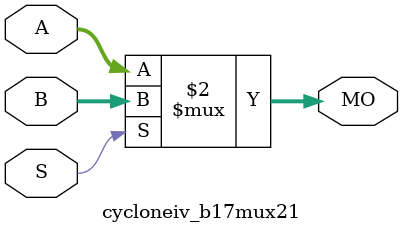
<source format=v>
module cycloneiv_b17mux21 (MO, A, B, S);
   input [16:0] A, B;
   input 	S;
   output [16:0] MO; 
   assign MO = (S == 1) ? B : A; 
endmodule
</source>
